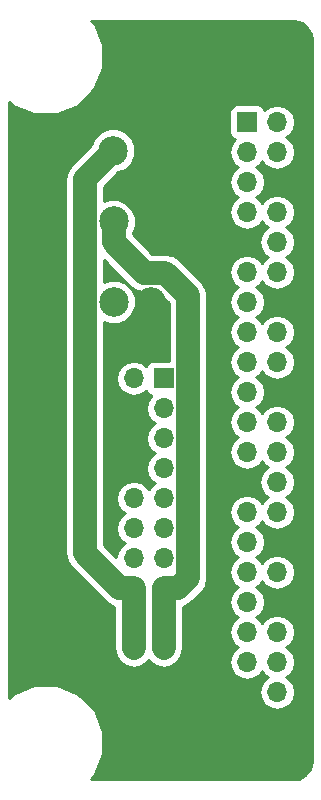
<source format=gbr>
G04 #@! TF.FileFunction,Copper,L2,Bot,Signal*
%FSLAX46Y46*%
G04 Gerber Fmt 4.6, Leading zero omitted, Abs format (unit mm)*
G04 Created by KiCad (PCBNEW 4.0.6) date 06/16/19 22:17:06*
%MOMM*%
%LPD*%
G01*
G04 APERTURE LIST*
%ADD10C,0.100000*%
%ADD11R,1.700000X1.700000*%
%ADD12O,1.700000X1.700000*%
%ADD13C,2.500000*%
%ADD14C,0.600000*%
%ADD15C,2.000000*%
%ADD16C,0.254000*%
G04 APERTURE END LIST*
D10*
D11*
X159640000Y-128620000D03*
D12*
X157100000Y-128620000D03*
X159640000Y-131160000D03*
X157100000Y-131160000D03*
X159640000Y-133700000D03*
X157100000Y-133700000D03*
X159640000Y-136240000D03*
X157100000Y-136240000D03*
X159640000Y-138780000D03*
X157100000Y-138780000D03*
X159640000Y-141320000D03*
X157100000Y-141320000D03*
X159640000Y-143860000D03*
X157100000Y-143860000D03*
X159640000Y-146400000D03*
X157100000Y-146400000D03*
X159640000Y-148940000D03*
X157100000Y-148940000D03*
X159640000Y-151480000D03*
X157100000Y-151480000D03*
D11*
X166710000Y-106940000D03*
D12*
X169250000Y-106940000D03*
X166710000Y-109480000D03*
X169250000Y-109480000D03*
X166710000Y-112020000D03*
X169250000Y-112020000D03*
X166710000Y-114560000D03*
X169250000Y-114560000D03*
X166710000Y-117100000D03*
X169250000Y-117100000D03*
X166710000Y-119640000D03*
X169250000Y-119640000D03*
X166710000Y-122180000D03*
X169250000Y-122180000D03*
X166710000Y-124720000D03*
X169250000Y-124720000D03*
X166710000Y-127260000D03*
X169250000Y-127260000D03*
X166710000Y-129800000D03*
X169250000Y-129800000D03*
X166710000Y-132340000D03*
X169250000Y-132340000D03*
X166710000Y-134880000D03*
X169250000Y-134880000D03*
X166710000Y-137420000D03*
X169250000Y-137420000D03*
X166710000Y-139960000D03*
X169250000Y-139960000D03*
X166710000Y-142500000D03*
X169250000Y-142500000D03*
X166710000Y-145040000D03*
X169250000Y-145040000D03*
X166710000Y-147580000D03*
X169250000Y-147580000D03*
X166710000Y-150120000D03*
X169250000Y-150120000D03*
X166710000Y-152660000D03*
X169250000Y-152660000D03*
X166710000Y-155200000D03*
X169250000Y-155200000D03*
D13*
X158550000Y-109350000D03*
X155350000Y-109350000D03*
X158600000Y-115350000D03*
X155400000Y-115350000D03*
X158600000Y-122150000D03*
X155400000Y-122150000D03*
D14*
X148650000Y-122150000D03*
X148500000Y-115350000D03*
X148500000Y-109350000D03*
D15*
X157100000Y-148940000D02*
X157100000Y-151480000D01*
X157100000Y-146400000D02*
X157100000Y-148940000D01*
X155350000Y-109350000D02*
X152950000Y-111750000D01*
X152950000Y-111750000D02*
X152950000Y-143452081D01*
X152950000Y-143452081D02*
X155897919Y-146400000D01*
X155897919Y-146400000D02*
X157100000Y-146400000D01*
X159640000Y-146400000D02*
X160842081Y-146400000D01*
X160842081Y-146400000D02*
X161690001Y-145552080D01*
X161690001Y-121613999D02*
X159776001Y-119699999D01*
X161690001Y-145552080D02*
X161690001Y-121613999D01*
X155400000Y-117117766D02*
X155400000Y-115350000D01*
X159776001Y-119699999D02*
X157982233Y-119699999D01*
X157982233Y-119699999D02*
X155400000Y-117117766D01*
X159640000Y-148940000D02*
X159640000Y-146400000D01*
X159640000Y-151480000D02*
X159640000Y-148940000D01*
D16*
G36*
X171331022Y-98543906D02*
X171813467Y-98930690D01*
X172116522Y-99482395D01*
X172190000Y-100004465D01*
X172190000Y-161098828D01*
X172006094Y-161731024D01*
X171619310Y-162213467D01*
X171067605Y-162516522D01*
X170545535Y-162590000D01*
X153457748Y-162590000D01*
X153782108Y-162266206D01*
X154526151Y-160474351D01*
X154527845Y-158534161D01*
X153786930Y-156741011D01*
X152416206Y-155367892D01*
X150624351Y-154623849D01*
X148684161Y-154622155D01*
X146891011Y-155363070D01*
X146560000Y-155693504D01*
X146560000Y-111750000D01*
X151314999Y-111750000D01*
X151315000Y-111750005D01*
X151315000Y-143452076D01*
X151314999Y-143452081D01*
X151439457Y-144077769D01*
X151793880Y-144608201D01*
X154741799Y-147556120D01*
X155272231Y-147910543D01*
X155465000Y-147948887D01*
X155465000Y-151480000D01*
X155589457Y-152105687D01*
X155943880Y-152636120D01*
X156474313Y-152990543D01*
X157100000Y-153115000D01*
X157725687Y-152990543D01*
X158256120Y-152636120D01*
X158370000Y-152465686D01*
X158483880Y-152636120D01*
X159014313Y-152990543D01*
X159640000Y-153115000D01*
X160265687Y-152990543D01*
X160796120Y-152636120D01*
X161150543Y-152105687D01*
X161275000Y-151480000D01*
X161275000Y-147948887D01*
X161467769Y-147910543D01*
X161998201Y-147556120D01*
X162846121Y-146708200D01*
X163200544Y-146177768D01*
X163325002Y-145552080D01*
X163325001Y-145552075D01*
X163325001Y-121614004D01*
X163325002Y-121613999D01*
X163200544Y-120988311D01*
X163001255Y-120690054D01*
X162846121Y-120457879D01*
X162846118Y-120457877D01*
X160932121Y-118543879D01*
X160401689Y-118189456D01*
X159776001Y-118064998D01*
X159775996Y-118064999D01*
X158659473Y-118064999D01*
X157035000Y-116440526D01*
X157035000Y-116327871D01*
X157284672Y-115726595D01*
X157285326Y-114976695D01*
X156998957Y-114283628D01*
X156469161Y-113752907D01*
X155776595Y-113465328D01*
X155026695Y-113464674D01*
X154585000Y-113647178D01*
X154585000Y-112427240D01*
X155814661Y-111197579D01*
X156416372Y-110948957D01*
X156947093Y-110419161D01*
X157234672Y-109726595D01*
X157234887Y-109480000D01*
X165195907Y-109480000D01*
X165308946Y-110048285D01*
X165630853Y-110530054D01*
X165960026Y-110750000D01*
X165630853Y-110969946D01*
X165308946Y-111451715D01*
X165195907Y-112020000D01*
X165308946Y-112588285D01*
X165630853Y-113070054D01*
X165960026Y-113290000D01*
X165630853Y-113509946D01*
X165308946Y-113991715D01*
X165195907Y-114560000D01*
X165308946Y-115128285D01*
X165630853Y-115610054D01*
X166112622Y-115931961D01*
X166680907Y-116045000D01*
X166739093Y-116045000D01*
X167307378Y-115931961D01*
X167789147Y-115610054D01*
X167980000Y-115324422D01*
X168170853Y-115610054D01*
X168500026Y-115830000D01*
X168170853Y-116049946D01*
X167848946Y-116531715D01*
X167735907Y-117100000D01*
X167848946Y-117668285D01*
X168170853Y-118150054D01*
X168500026Y-118370000D01*
X168170853Y-118589946D01*
X167980000Y-118875578D01*
X167789147Y-118589946D01*
X167307378Y-118268039D01*
X166739093Y-118155000D01*
X166680907Y-118155000D01*
X166112622Y-118268039D01*
X165630853Y-118589946D01*
X165308946Y-119071715D01*
X165195907Y-119640000D01*
X165308946Y-120208285D01*
X165630853Y-120690054D01*
X165960026Y-120910000D01*
X165630853Y-121129946D01*
X165308946Y-121611715D01*
X165195907Y-122180000D01*
X165308946Y-122748285D01*
X165630853Y-123230054D01*
X165960026Y-123450000D01*
X165630853Y-123669946D01*
X165308946Y-124151715D01*
X165195907Y-124720000D01*
X165308946Y-125288285D01*
X165630853Y-125770054D01*
X165960026Y-125990000D01*
X165630853Y-126209946D01*
X165308946Y-126691715D01*
X165195907Y-127260000D01*
X165308946Y-127828285D01*
X165630853Y-128310054D01*
X165960026Y-128530000D01*
X165630853Y-128749946D01*
X165308946Y-129231715D01*
X165195907Y-129800000D01*
X165308946Y-130368285D01*
X165630853Y-130850054D01*
X165960026Y-131070000D01*
X165630853Y-131289946D01*
X165308946Y-131771715D01*
X165195907Y-132340000D01*
X165308946Y-132908285D01*
X165630853Y-133390054D01*
X165960026Y-133610000D01*
X165630853Y-133829946D01*
X165308946Y-134311715D01*
X165195907Y-134880000D01*
X165308946Y-135448285D01*
X165630853Y-135930054D01*
X166112622Y-136251961D01*
X166680907Y-136365000D01*
X166739093Y-136365000D01*
X167307378Y-136251961D01*
X167789147Y-135930054D01*
X167980000Y-135644422D01*
X168170853Y-135930054D01*
X168500026Y-136150000D01*
X168170853Y-136369946D01*
X167848946Y-136851715D01*
X167735907Y-137420000D01*
X167848946Y-137988285D01*
X168170853Y-138470054D01*
X168500026Y-138690000D01*
X168170853Y-138909946D01*
X167980000Y-139195578D01*
X167789147Y-138909946D01*
X167307378Y-138588039D01*
X166739093Y-138475000D01*
X166680907Y-138475000D01*
X166112622Y-138588039D01*
X165630853Y-138909946D01*
X165308946Y-139391715D01*
X165195907Y-139960000D01*
X165308946Y-140528285D01*
X165630853Y-141010054D01*
X165960026Y-141230000D01*
X165630853Y-141449946D01*
X165308946Y-141931715D01*
X165195907Y-142500000D01*
X165308946Y-143068285D01*
X165630853Y-143550054D01*
X165960026Y-143770000D01*
X165630853Y-143989946D01*
X165308946Y-144471715D01*
X165195907Y-145040000D01*
X165308946Y-145608285D01*
X165630853Y-146090054D01*
X165960026Y-146310000D01*
X165630853Y-146529946D01*
X165308946Y-147011715D01*
X165195907Y-147580000D01*
X165308946Y-148148285D01*
X165630853Y-148630054D01*
X165960026Y-148850000D01*
X165630853Y-149069946D01*
X165308946Y-149551715D01*
X165195907Y-150120000D01*
X165308946Y-150688285D01*
X165630853Y-151170054D01*
X165960026Y-151390000D01*
X165630853Y-151609946D01*
X165308946Y-152091715D01*
X165195907Y-152660000D01*
X165308946Y-153228285D01*
X165630853Y-153710054D01*
X166112622Y-154031961D01*
X166680907Y-154145000D01*
X166739093Y-154145000D01*
X167307378Y-154031961D01*
X167789147Y-153710054D01*
X167980000Y-153424422D01*
X168170853Y-153710054D01*
X168500026Y-153930000D01*
X168170853Y-154149946D01*
X167848946Y-154631715D01*
X167735907Y-155200000D01*
X167848946Y-155768285D01*
X168170853Y-156250054D01*
X168652622Y-156571961D01*
X169220907Y-156685000D01*
X169279093Y-156685000D01*
X169847378Y-156571961D01*
X170329147Y-156250054D01*
X170651054Y-155768285D01*
X170764093Y-155200000D01*
X170651054Y-154631715D01*
X170329147Y-154149946D01*
X169999974Y-153930000D01*
X170329147Y-153710054D01*
X170651054Y-153228285D01*
X170764093Y-152660000D01*
X170651054Y-152091715D01*
X170329147Y-151609946D01*
X169999974Y-151390000D01*
X170329147Y-151170054D01*
X170651054Y-150688285D01*
X170764093Y-150120000D01*
X170651054Y-149551715D01*
X170329147Y-149069946D01*
X169847378Y-148748039D01*
X169279093Y-148635000D01*
X169220907Y-148635000D01*
X168652622Y-148748039D01*
X168170853Y-149069946D01*
X167980000Y-149355578D01*
X167789147Y-149069946D01*
X167459974Y-148850000D01*
X167789147Y-148630054D01*
X168111054Y-148148285D01*
X168224093Y-147580000D01*
X168111054Y-147011715D01*
X167789147Y-146529946D01*
X167459974Y-146310000D01*
X167789147Y-146090054D01*
X167980000Y-145804422D01*
X168170853Y-146090054D01*
X168652622Y-146411961D01*
X169220907Y-146525000D01*
X169279093Y-146525000D01*
X169847378Y-146411961D01*
X170329147Y-146090054D01*
X170651054Y-145608285D01*
X170764093Y-145040000D01*
X170651054Y-144471715D01*
X170329147Y-143989946D01*
X169847378Y-143668039D01*
X169279093Y-143555000D01*
X169220907Y-143555000D01*
X168652622Y-143668039D01*
X168170853Y-143989946D01*
X167980000Y-144275578D01*
X167789147Y-143989946D01*
X167459974Y-143770000D01*
X167789147Y-143550054D01*
X168111054Y-143068285D01*
X168224093Y-142500000D01*
X168111054Y-141931715D01*
X167789147Y-141449946D01*
X167459974Y-141230000D01*
X167789147Y-141010054D01*
X167980000Y-140724422D01*
X168170853Y-141010054D01*
X168652622Y-141331961D01*
X169220907Y-141445000D01*
X169279093Y-141445000D01*
X169847378Y-141331961D01*
X170329147Y-141010054D01*
X170651054Y-140528285D01*
X170764093Y-139960000D01*
X170651054Y-139391715D01*
X170329147Y-138909946D01*
X169999974Y-138690000D01*
X170329147Y-138470054D01*
X170651054Y-137988285D01*
X170764093Y-137420000D01*
X170651054Y-136851715D01*
X170329147Y-136369946D01*
X169999974Y-136150000D01*
X170329147Y-135930054D01*
X170651054Y-135448285D01*
X170764093Y-134880000D01*
X170651054Y-134311715D01*
X170329147Y-133829946D01*
X169999974Y-133610000D01*
X170329147Y-133390054D01*
X170651054Y-132908285D01*
X170764093Y-132340000D01*
X170651054Y-131771715D01*
X170329147Y-131289946D01*
X169847378Y-130968039D01*
X169279093Y-130855000D01*
X169220907Y-130855000D01*
X168652622Y-130968039D01*
X168170853Y-131289946D01*
X167980000Y-131575578D01*
X167789147Y-131289946D01*
X167459974Y-131070000D01*
X167789147Y-130850054D01*
X168111054Y-130368285D01*
X168224093Y-129800000D01*
X168111054Y-129231715D01*
X167789147Y-128749946D01*
X167459974Y-128530000D01*
X167789147Y-128310054D01*
X167980000Y-128024422D01*
X168170853Y-128310054D01*
X168652622Y-128631961D01*
X169220907Y-128745000D01*
X169279093Y-128745000D01*
X169847378Y-128631961D01*
X170329147Y-128310054D01*
X170651054Y-127828285D01*
X170764093Y-127260000D01*
X170651054Y-126691715D01*
X170329147Y-126209946D01*
X169999974Y-125990000D01*
X170329147Y-125770054D01*
X170651054Y-125288285D01*
X170764093Y-124720000D01*
X170651054Y-124151715D01*
X170329147Y-123669946D01*
X169847378Y-123348039D01*
X169279093Y-123235000D01*
X169220907Y-123235000D01*
X168652622Y-123348039D01*
X168170853Y-123669946D01*
X167980000Y-123955578D01*
X167789147Y-123669946D01*
X167459974Y-123450000D01*
X167789147Y-123230054D01*
X168111054Y-122748285D01*
X168224093Y-122180000D01*
X168111054Y-121611715D01*
X167789147Y-121129946D01*
X167459974Y-120910000D01*
X167789147Y-120690054D01*
X167980000Y-120404422D01*
X168170853Y-120690054D01*
X168652622Y-121011961D01*
X169220907Y-121125000D01*
X169279093Y-121125000D01*
X169847378Y-121011961D01*
X170329147Y-120690054D01*
X170651054Y-120208285D01*
X170764093Y-119640000D01*
X170651054Y-119071715D01*
X170329147Y-118589946D01*
X169999974Y-118370000D01*
X170329147Y-118150054D01*
X170651054Y-117668285D01*
X170764093Y-117100000D01*
X170651054Y-116531715D01*
X170329147Y-116049946D01*
X169999974Y-115830000D01*
X170329147Y-115610054D01*
X170651054Y-115128285D01*
X170764093Y-114560000D01*
X170651054Y-113991715D01*
X170329147Y-113509946D01*
X169847378Y-113188039D01*
X169279093Y-113075000D01*
X169220907Y-113075000D01*
X168652622Y-113188039D01*
X168170853Y-113509946D01*
X167980000Y-113795578D01*
X167789147Y-113509946D01*
X167459974Y-113290000D01*
X167789147Y-113070054D01*
X168111054Y-112588285D01*
X168224093Y-112020000D01*
X168111054Y-111451715D01*
X167789147Y-110969946D01*
X167459974Y-110750000D01*
X167789147Y-110530054D01*
X167980000Y-110244422D01*
X168170853Y-110530054D01*
X168652622Y-110851961D01*
X169220907Y-110965000D01*
X169279093Y-110965000D01*
X169847378Y-110851961D01*
X170329147Y-110530054D01*
X170651054Y-110048285D01*
X170764093Y-109480000D01*
X170651054Y-108911715D01*
X170329147Y-108429946D01*
X169999974Y-108210000D01*
X170329147Y-107990054D01*
X170651054Y-107508285D01*
X170764093Y-106940000D01*
X170651054Y-106371715D01*
X170329147Y-105889946D01*
X169847378Y-105568039D01*
X169279093Y-105455000D01*
X169220907Y-105455000D01*
X168652622Y-105568039D01*
X168170853Y-105889946D01*
X168170029Y-105891179D01*
X168163162Y-105854683D01*
X168024090Y-105638559D01*
X167811890Y-105493569D01*
X167560000Y-105442560D01*
X165860000Y-105442560D01*
X165624683Y-105486838D01*
X165408559Y-105625910D01*
X165263569Y-105838110D01*
X165212560Y-106090000D01*
X165212560Y-107790000D01*
X165256838Y-108025317D01*
X165395910Y-108241441D01*
X165608110Y-108386431D01*
X165675541Y-108400086D01*
X165630853Y-108429946D01*
X165308946Y-108911715D01*
X165195907Y-109480000D01*
X157234887Y-109480000D01*
X157235326Y-108976695D01*
X156948957Y-108283628D01*
X156419161Y-107752907D01*
X155726595Y-107465328D01*
X154976695Y-107464674D01*
X154283628Y-107751043D01*
X153752907Y-108280839D01*
X153501523Y-108886238D01*
X151793880Y-110593880D01*
X151439457Y-111124312D01*
X151314999Y-111750000D01*
X146560000Y-111750000D01*
X146560000Y-105207748D01*
X146883794Y-105532108D01*
X148675649Y-106276151D01*
X150615839Y-106277845D01*
X152408989Y-105536930D01*
X153782108Y-104166206D01*
X154526151Y-102374351D01*
X154527845Y-100434161D01*
X153786930Y-98641011D01*
X153506409Y-98360000D01*
X170698828Y-98360000D01*
X171331022Y-98543906D01*
X171331022Y-98543906D01*
G37*
X171331022Y-98543906D02*
X171813467Y-98930690D01*
X172116522Y-99482395D01*
X172190000Y-100004465D01*
X172190000Y-161098828D01*
X172006094Y-161731024D01*
X171619310Y-162213467D01*
X171067605Y-162516522D01*
X170545535Y-162590000D01*
X153457748Y-162590000D01*
X153782108Y-162266206D01*
X154526151Y-160474351D01*
X154527845Y-158534161D01*
X153786930Y-156741011D01*
X152416206Y-155367892D01*
X150624351Y-154623849D01*
X148684161Y-154622155D01*
X146891011Y-155363070D01*
X146560000Y-155693504D01*
X146560000Y-111750000D01*
X151314999Y-111750000D01*
X151315000Y-111750005D01*
X151315000Y-143452076D01*
X151314999Y-143452081D01*
X151439457Y-144077769D01*
X151793880Y-144608201D01*
X154741799Y-147556120D01*
X155272231Y-147910543D01*
X155465000Y-147948887D01*
X155465000Y-151480000D01*
X155589457Y-152105687D01*
X155943880Y-152636120D01*
X156474313Y-152990543D01*
X157100000Y-153115000D01*
X157725687Y-152990543D01*
X158256120Y-152636120D01*
X158370000Y-152465686D01*
X158483880Y-152636120D01*
X159014313Y-152990543D01*
X159640000Y-153115000D01*
X160265687Y-152990543D01*
X160796120Y-152636120D01*
X161150543Y-152105687D01*
X161275000Y-151480000D01*
X161275000Y-147948887D01*
X161467769Y-147910543D01*
X161998201Y-147556120D01*
X162846121Y-146708200D01*
X163200544Y-146177768D01*
X163325002Y-145552080D01*
X163325001Y-145552075D01*
X163325001Y-121614004D01*
X163325002Y-121613999D01*
X163200544Y-120988311D01*
X163001255Y-120690054D01*
X162846121Y-120457879D01*
X162846118Y-120457877D01*
X160932121Y-118543879D01*
X160401689Y-118189456D01*
X159776001Y-118064998D01*
X159775996Y-118064999D01*
X158659473Y-118064999D01*
X157035000Y-116440526D01*
X157035000Y-116327871D01*
X157284672Y-115726595D01*
X157285326Y-114976695D01*
X156998957Y-114283628D01*
X156469161Y-113752907D01*
X155776595Y-113465328D01*
X155026695Y-113464674D01*
X154585000Y-113647178D01*
X154585000Y-112427240D01*
X155814661Y-111197579D01*
X156416372Y-110948957D01*
X156947093Y-110419161D01*
X157234672Y-109726595D01*
X157234887Y-109480000D01*
X165195907Y-109480000D01*
X165308946Y-110048285D01*
X165630853Y-110530054D01*
X165960026Y-110750000D01*
X165630853Y-110969946D01*
X165308946Y-111451715D01*
X165195907Y-112020000D01*
X165308946Y-112588285D01*
X165630853Y-113070054D01*
X165960026Y-113290000D01*
X165630853Y-113509946D01*
X165308946Y-113991715D01*
X165195907Y-114560000D01*
X165308946Y-115128285D01*
X165630853Y-115610054D01*
X166112622Y-115931961D01*
X166680907Y-116045000D01*
X166739093Y-116045000D01*
X167307378Y-115931961D01*
X167789147Y-115610054D01*
X167980000Y-115324422D01*
X168170853Y-115610054D01*
X168500026Y-115830000D01*
X168170853Y-116049946D01*
X167848946Y-116531715D01*
X167735907Y-117100000D01*
X167848946Y-117668285D01*
X168170853Y-118150054D01*
X168500026Y-118370000D01*
X168170853Y-118589946D01*
X167980000Y-118875578D01*
X167789147Y-118589946D01*
X167307378Y-118268039D01*
X166739093Y-118155000D01*
X166680907Y-118155000D01*
X166112622Y-118268039D01*
X165630853Y-118589946D01*
X165308946Y-119071715D01*
X165195907Y-119640000D01*
X165308946Y-120208285D01*
X165630853Y-120690054D01*
X165960026Y-120910000D01*
X165630853Y-121129946D01*
X165308946Y-121611715D01*
X165195907Y-122180000D01*
X165308946Y-122748285D01*
X165630853Y-123230054D01*
X165960026Y-123450000D01*
X165630853Y-123669946D01*
X165308946Y-124151715D01*
X165195907Y-124720000D01*
X165308946Y-125288285D01*
X165630853Y-125770054D01*
X165960026Y-125990000D01*
X165630853Y-126209946D01*
X165308946Y-126691715D01*
X165195907Y-127260000D01*
X165308946Y-127828285D01*
X165630853Y-128310054D01*
X165960026Y-128530000D01*
X165630853Y-128749946D01*
X165308946Y-129231715D01*
X165195907Y-129800000D01*
X165308946Y-130368285D01*
X165630853Y-130850054D01*
X165960026Y-131070000D01*
X165630853Y-131289946D01*
X165308946Y-131771715D01*
X165195907Y-132340000D01*
X165308946Y-132908285D01*
X165630853Y-133390054D01*
X165960026Y-133610000D01*
X165630853Y-133829946D01*
X165308946Y-134311715D01*
X165195907Y-134880000D01*
X165308946Y-135448285D01*
X165630853Y-135930054D01*
X166112622Y-136251961D01*
X166680907Y-136365000D01*
X166739093Y-136365000D01*
X167307378Y-136251961D01*
X167789147Y-135930054D01*
X167980000Y-135644422D01*
X168170853Y-135930054D01*
X168500026Y-136150000D01*
X168170853Y-136369946D01*
X167848946Y-136851715D01*
X167735907Y-137420000D01*
X167848946Y-137988285D01*
X168170853Y-138470054D01*
X168500026Y-138690000D01*
X168170853Y-138909946D01*
X167980000Y-139195578D01*
X167789147Y-138909946D01*
X167307378Y-138588039D01*
X166739093Y-138475000D01*
X166680907Y-138475000D01*
X166112622Y-138588039D01*
X165630853Y-138909946D01*
X165308946Y-139391715D01*
X165195907Y-139960000D01*
X165308946Y-140528285D01*
X165630853Y-141010054D01*
X165960026Y-141230000D01*
X165630853Y-141449946D01*
X165308946Y-141931715D01*
X165195907Y-142500000D01*
X165308946Y-143068285D01*
X165630853Y-143550054D01*
X165960026Y-143770000D01*
X165630853Y-143989946D01*
X165308946Y-144471715D01*
X165195907Y-145040000D01*
X165308946Y-145608285D01*
X165630853Y-146090054D01*
X165960026Y-146310000D01*
X165630853Y-146529946D01*
X165308946Y-147011715D01*
X165195907Y-147580000D01*
X165308946Y-148148285D01*
X165630853Y-148630054D01*
X165960026Y-148850000D01*
X165630853Y-149069946D01*
X165308946Y-149551715D01*
X165195907Y-150120000D01*
X165308946Y-150688285D01*
X165630853Y-151170054D01*
X165960026Y-151390000D01*
X165630853Y-151609946D01*
X165308946Y-152091715D01*
X165195907Y-152660000D01*
X165308946Y-153228285D01*
X165630853Y-153710054D01*
X166112622Y-154031961D01*
X166680907Y-154145000D01*
X166739093Y-154145000D01*
X167307378Y-154031961D01*
X167789147Y-153710054D01*
X167980000Y-153424422D01*
X168170853Y-153710054D01*
X168500026Y-153930000D01*
X168170853Y-154149946D01*
X167848946Y-154631715D01*
X167735907Y-155200000D01*
X167848946Y-155768285D01*
X168170853Y-156250054D01*
X168652622Y-156571961D01*
X169220907Y-156685000D01*
X169279093Y-156685000D01*
X169847378Y-156571961D01*
X170329147Y-156250054D01*
X170651054Y-155768285D01*
X170764093Y-155200000D01*
X170651054Y-154631715D01*
X170329147Y-154149946D01*
X169999974Y-153930000D01*
X170329147Y-153710054D01*
X170651054Y-153228285D01*
X170764093Y-152660000D01*
X170651054Y-152091715D01*
X170329147Y-151609946D01*
X169999974Y-151390000D01*
X170329147Y-151170054D01*
X170651054Y-150688285D01*
X170764093Y-150120000D01*
X170651054Y-149551715D01*
X170329147Y-149069946D01*
X169847378Y-148748039D01*
X169279093Y-148635000D01*
X169220907Y-148635000D01*
X168652622Y-148748039D01*
X168170853Y-149069946D01*
X167980000Y-149355578D01*
X167789147Y-149069946D01*
X167459974Y-148850000D01*
X167789147Y-148630054D01*
X168111054Y-148148285D01*
X168224093Y-147580000D01*
X168111054Y-147011715D01*
X167789147Y-146529946D01*
X167459974Y-146310000D01*
X167789147Y-146090054D01*
X167980000Y-145804422D01*
X168170853Y-146090054D01*
X168652622Y-146411961D01*
X169220907Y-146525000D01*
X169279093Y-146525000D01*
X169847378Y-146411961D01*
X170329147Y-146090054D01*
X170651054Y-145608285D01*
X170764093Y-145040000D01*
X170651054Y-144471715D01*
X170329147Y-143989946D01*
X169847378Y-143668039D01*
X169279093Y-143555000D01*
X169220907Y-143555000D01*
X168652622Y-143668039D01*
X168170853Y-143989946D01*
X167980000Y-144275578D01*
X167789147Y-143989946D01*
X167459974Y-143770000D01*
X167789147Y-143550054D01*
X168111054Y-143068285D01*
X168224093Y-142500000D01*
X168111054Y-141931715D01*
X167789147Y-141449946D01*
X167459974Y-141230000D01*
X167789147Y-141010054D01*
X167980000Y-140724422D01*
X168170853Y-141010054D01*
X168652622Y-141331961D01*
X169220907Y-141445000D01*
X169279093Y-141445000D01*
X169847378Y-141331961D01*
X170329147Y-141010054D01*
X170651054Y-140528285D01*
X170764093Y-139960000D01*
X170651054Y-139391715D01*
X170329147Y-138909946D01*
X169999974Y-138690000D01*
X170329147Y-138470054D01*
X170651054Y-137988285D01*
X170764093Y-137420000D01*
X170651054Y-136851715D01*
X170329147Y-136369946D01*
X169999974Y-136150000D01*
X170329147Y-135930054D01*
X170651054Y-135448285D01*
X170764093Y-134880000D01*
X170651054Y-134311715D01*
X170329147Y-133829946D01*
X169999974Y-133610000D01*
X170329147Y-133390054D01*
X170651054Y-132908285D01*
X170764093Y-132340000D01*
X170651054Y-131771715D01*
X170329147Y-131289946D01*
X169847378Y-130968039D01*
X169279093Y-130855000D01*
X169220907Y-130855000D01*
X168652622Y-130968039D01*
X168170853Y-131289946D01*
X167980000Y-131575578D01*
X167789147Y-131289946D01*
X167459974Y-131070000D01*
X167789147Y-130850054D01*
X168111054Y-130368285D01*
X168224093Y-129800000D01*
X168111054Y-129231715D01*
X167789147Y-128749946D01*
X167459974Y-128530000D01*
X167789147Y-128310054D01*
X167980000Y-128024422D01*
X168170853Y-128310054D01*
X168652622Y-128631961D01*
X169220907Y-128745000D01*
X169279093Y-128745000D01*
X169847378Y-128631961D01*
X170329147Y-128310054D01*
X170651054Y-127828285D01*
X170764093Y-127260000D01*
X170651054Y-126691715D01*
X170329147Y-126209946D01*
X169999974Y-125990000D01*
X170329147Y-125770054D01*
X170651054Y-125288285D01*
X170764093Y-124720000D01*
X170651054Y-124151715D01*
X170329147Y-123669946D01*
X169847378Y-123348039D01*
X169279093Y-123235000D01*
X169220907Y-123235000D01*
X168652622Y-123348039D01*
X168170853Y-123669946D01*
X167980000Y-123955578D01*
X167789147Y-123669946D01*
X167459974Y-123450000D01*
X167789147Y-123230054D01*
X168111054Y-122748285D01*
X168224093Y-122180000D01*
X168111054Y-121611715D01*
X167789147Y-121129946D01*
X167459974Y-120910000D01*
X167789147Y-120690054D01*
X167980000Y-120404422D01*
X168170853Y-120690054D01*
X168652622Y-121011961D01*
X169220907Y-121125000D01*
X169279093Y-121125000D01*
X169847378Y-121011961D01*
X170329147Y-120690054D01*
X170651054Y-120208285D01*
X170764093Y-119640000D01*
X170651054Y-119071715D01*
X170329147Y-118589946D01*
X169999974Y-118370000D01*
X170329147Y-118150054D01*
X170651054Y-117668285D01*
X170764093Y-117100000D01*
X170651054Y-116531715D01*
X170329147Y-116049946D01*
X169999974Y-115830000D01*
X170329147Y-115610054D01*
X170651054Y-115128285D01*
X170764093Y-114560000D01*
X170651054Y-113991715D01*
X170329147Y-113509946D01*
X169847378Y-113188039D01*
X169279093Y-113075000D01*
X169220907Y-113075000D01*
X168652622Y-113188039D01*
X168170853Y-113509946D01*
X167980000Y-113795578D01*
X167789147Y-113509946D01*
X167459974Y-113290000D01*
X167789147Y-113070054D01*
X168111054Y-112588285D01*
X168224093Y-112020000D01*
X168111054Y-111451715D01*
X167789147Y-110969946D01*
X167459974Y-110750000D01*
X167789147Y-110530054D01*
X167980000Y-110244422D01*
X168170853Y-110530054D01*
X168652622Y-110851961D01*
X169220907Y-110965000D01*
X169279093Y-110965000D01*
X169847378Y-110851961D01*
X170329147Y-110530054D01*
X170651054Y-110048285D01*
X170764093Y-109480000D01*
X170651054Y-108911715D01*
X170329147Y-108429946D01*
X169999974Y-108210000D01*
X170329147Y-107990054D01*
X170651054Y-107508285D01*
X170764093Y-106940000D01*
X170651054Y-106371715D01*
X170329147Y-105889946D01*
X169847378Y-105568039D01*
X169279093Y-105455000D01*
X169220907Y-105455000D01*
X168652622Y-105568039D01*
X168170853Y-105889946D01*
X168170029Y-105891179D01*
X168163162Y-105854683D01*
X168024090Y-105638559D01*
X167811890Y-105493569D01*
X167560000Y-105442560D01*
X165860000Y-105442560D01*
X165624683Y-105486838D01*
X165408559Y-105625910D01*
X165263569Y-105838110D01*
X165212560Y-106090000D01*
X165212560Y-107790000D01*
X165256838Y-108025317D01*
X165395910Y-108241441D01*
X165608110Y-108386431D01*
X165675541Y-108400086D01*
X165630853Y-108429946D01*
X165308946Y-108911715D01*
X165195907Y-109480000D01*
X157234887Y-109480000D01*
X157235326Y-108976695D01*
X156948957Y-108283628D01*
X156419161Y-107752907D01*
X155726595Y-107465328D01*
X154976695Y-107464674D01*
X154283628Y-107751043D01*
X153752907Y-108280839D01*
X153501523Y-108886238D01*
X151793880Y-110593880D01*
X151439457Y-111124312D01*
X151314999Y-111750000D01*
X146560000Y-111750000D01*
X146560000Y-105207748D01*
X146883794Y-105532108D01*
X148675649Y-106276151D01*
X150615839Y-106277845D01*
X152408989Y-105536930D01*
X153782108Y-104166206D01*
X154526151Y-102374351D01*
X154527845Y-100434161D01*
X153786930Y-98641011D01*
X153506409Y-98360000D01*
X170698828Y-98360000D01*
X171331022Y-98543906D01*
G36*
X156826113Y-120856119D02*
X157356545Y-121210542D01*
X157982233Y-121335000D01*
X157982238Y-121334999D01*
X159098761Y-121334999D01*
X160055001Y-122291238D01*
X160055001Y-127122560D01*
X158790000Y-127122560D01*
X158554683Y-127166838D01*
X158338559Y-127305910D01*
X158193569Y-127518110D01*
X158182159Y-127574454D01*
X158179147Y-127569946D01*
X157697378Y-127248039D01*
X157129093Y-127135000D01*
X157070907Y-127135000D01*
X156502622Y-127248039D01*
X156020853Y-127569946D01*
X155698946Y-128051715D01*
X155585907Y-128620000D01*
X155698946Y-129188285D01*
X156020853Y-129670054D01*
X156502622Y-129991961D01*
X157070907Y-130105000D01*
X157129093Y-130105000D01*
X157697378Y-129991961D01*
X158179147Y-129670054D01*
X158179971Y-129668821D01*
X158186838Y-129705317D01*
X158325910Y-129921441D01*
X158538110Y-130066431D01*
X158605541Y-130080086D01*
X158560853Y-130109946D01*
X158238946Y-130591715D01*
X158125907Y-131160000D01*
X158238946Y-131728285D01*
X158560853Y-132210054D01*
X158890026Y-132430000D01*
X158560853Y-132649946D01*
X158238946Y-133131715D01*
X158125907Y-133700000D01*
X158238946Y-134268285D01*
X158560853Y-134750054D01*
X158890026Y-134970000D01*
X158560853Y-135189946D01*
X158238946Y-135671715D01*
X158125907Y-136240000D01*
X158238946Y-136808285D01*
X158560853Y-137290054D01*
X158890026Y-137510000D01*
X158560853Y-137729946D01*
X158370000Y-138015578D01*
X158179147Y-137729946D01*
X157697378Y-137408039D01*
X157129093Y-137295000D01*
X157070907Y-137295000D01*
X156502622Y-137408039D01*
X156020853Y-137729946D01*
X155698946Y-138211715D01*
X155585907Y-138780000D01*
X155698946Y-139348285D01*
X156020853Y-139830054D01*
X156350026Y-140050000D01*
X156020853Y-140269946D01*
X155698946Y-140751715D01*
X155585907Y-141320000D01*
X155698946Y-141888285D01*
X156020853Y-142370054D01*
X156350026Y-142590000D01*
X156020853Y-142809946D01*
X155698946Y-143291715D01*
X155599885Y-143789726D01*
X154585000Y-142774841D01*
X154585000Y-123852630D01*
X155023405Y-124034672D01*
X155773305Y-124035326D01*
X156466372Y-123748957D01*
X156997093Y-123219161D01*
X157284672Y-122526595D01*
X157285326Y-121776695D01*
X156998957Y-121083628D01*
X156469161Y-120552907D01*
X155776595Y-120265328D01*
X155026695Y-120264674D01*
X154585000Y-120447178D01*
X154585000Y-118615006D01*
X156826113Y-120856119D01*
X156826113Y-120856119D01*
G37*
X156826113Y-120856119D02*
X157356545Y-121210542D01*
X157982233Y-121335000D01*
X157982238Y-121334999D01*
X159098761Y-121334999D01*
X160055001Y-122291238D01*
X160055001Y-127122560D01*
X158790000Y-127122560D01*
X158554683Y-127166838D01*
X158338559Y-127305910D01*
X158193569Y-127518110D01*
X158182159Y-127574454D01*
X158179147Y-127569946D01*
X157697378Y-127248039D01*
X157129093Y-127135000D01*
X157070907Y-127135000D01*
X156502622Y-127248039D01*
X156020853Y-127569946D01*
X155698946Y-128051715D01*
X155585907Y-128620000D01*
X155698946Y-129188285D01*
X156020853Y-129670054D01*
X156502622Y-129991961D01*
X157070907Y-130105000D01*
X157129093Y-130105000D01*
X157697378Y-129991961D01*
X158179147Y-129670054D01*
X158179971Y-129668821D01*
X158186838Y-129705317D01*
X158325910Y-129921441D01*
X158538110Y-130066431D01*
X158605541Y-130080086D01*
X158560853Y-130109946D01*
X158238946Y-130591715D01*
X158125907Y-131160000D01*
X158238946Y-131728285D01*
X158560853Y-132210054D01*
X158890026Y-132430000D01*
X158560853Y-132649946D01*
X158238946Y-133131715D01*
X158125907Y-133700000D01*
X158238946Y-134268285D01*
X158560853Y-134750054D01*
X158890026Y-134970000D01*
X158560853Y-135189946D01*
X158238946Y-135671715D01*
X158125907Y-136240000D01*
X158238946Y-136808285D01*
X158560853Y-137290054D01*
X158890026Y-137510000D01*
X158560853Y-137729946D01*
X158370000Y-138015578D01*
X158179147Y-137729946D01*
X157697378Y-137408039D01*
X157129093Y-137295000D01*
X157070907Y-137295000D01*
X156502622Y-137408039D01*
X156020853Y-137729946D01*
X155698946Y-138211715D01*
X155585907Y-138780000D01*
X155698946Y-139348285D01*
X156020853Y-139830054D01*
X156350026Y-140050000D01*
X156020853Y-140269946D01*
X155698946Y-140751715D01*
X155585907Y-141320000D01*
X155698946Y-141888285D01*
X156020853Y-142370054D01*
X156350026Y-142590000D01*
X156020853Y-142809946D01*
X155698946Y-143291715D01*
X155599885Y-143789726D01*
X154585000Y-142774841D01*
X154585000Y-123852630D01*
X155023405Y-124034672D01*
X155773305Y-124035326D01*
X156466372Y-123748957D01*
X156997093Y-123219161D01*
X157284672Y-122526595D01*
X157285326Y-121776695D01*
X156998957Y-121083628D01*
X156469161Y-120552907D01*
X155776595Y-120265328D01*
X155026695Y-120264674D01*
X154585000Y-120447178D01*
X154585000Y-118615006D01*
X156826113Y-120856119D01*
M02*

</source>
